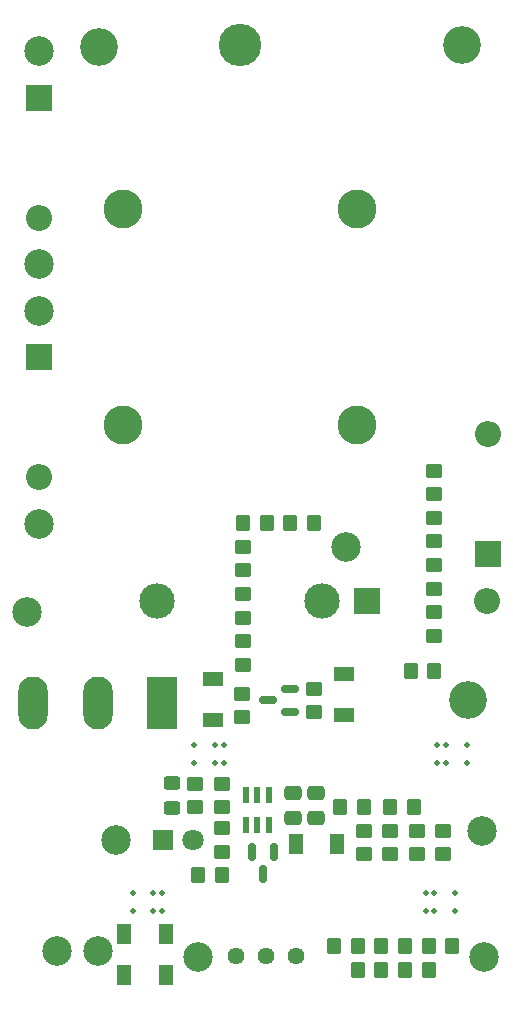
<source format=gbr>
%TF.GenerationSoftware,KiCad,Pcbnew,(6.0.2)*%
%TF.CreationDate,2022-08-02T15:31:12+02:00*%
%TF.ProjectId,hv_discharge_v2c,68765f64-6973-4636-9861-7267655f7632,rev?*%
%TF.SameCoordinates,Original*%
%TF.FileFunction,Soldermask,Bot*%
%TF.FilePolarity,Negative*%
%FSLAX46Y46*%
G04 Gerber Fmt 4.6, Leading zero omitted, Abs format (unit mm)*
G04 Created by KiCad (PCBNEW (6.0.2)) date 2022-08-02 15:31:12*
%MOMM*%
%LPD*%
G01*
G04 APERTURE LIST*
G04 Aperture macros list*
%AMRoundRect*
0 Rectangle with rounded corners*
0 $1 Rounding radius*
0 $2 $3 $4 $5 $6 $7 $8 $9 X,Y pos of 4 corners*
0 Add a 4 corners polygon primitive as box body*
4,1,4,$2,$3,$4,$5,$6,$7,$8,$9,$2,$3,0*
0 Add four circle primitives for the rounded corners*
1,1,$1+$1,$2,$3*
1,1,$1+$1,$4,$5*
1,1,$1+$1,$6,$7*
1,1,$1+$1,$8,$9*
0 Add four rect primitives between the rounded corners*
20,1,$1+$1,$2,$3,$4,$5,0*
20,1,$1+$1,$4,$5,$6,$7,0*
20,1,$1+$1,$6,$7,$8,$9,0*
20,1,$1+$1,$8,$9,$2,$3,0*%
G04 Aperture macros list end*
%ADD10C,3.200000*%
%ADD11C,2.500000*%
%ADD12C,0.500000*%
%ADD13R,2.200000X2.200000*%
%ADD14O,2.200000X2.200000*%
%ADD15R,1.800000X1.800000*%
%ADD16C,1.800000*%
%ADD17R,2.500000X4.500000*%
%ADD18O,2.500000X4.500000*%
%ADD19C,3.300000*%
%ADD20C,3.600000*%
%ADD21O,3.000000X3.000000*%
%ADD22C,1.440000*%
%ADD23RoundRect,0.250000X-0.450000X0.350000X-0.450000X-0.350000X0.450000X-0.350000X0.450000X0.350000X0*%
%ADD24RoundRect,0.250000X0.450000X-0.350000X0.450000X0.350000X-0.450000X0.350000X-0.450000X-0.350000X0*%
%ADD25R,1.300000X1.700000*%
%ADD26RoundRect,0.250000X0.350000X0.450000X-0.350000X0.450000X-0.350000X-0.450000X0.350000X-0.450000X0*%
%ADD27R,1.700000X1.300000*%
%ADD28RoundRect,0.250000X-0.475000X0.337500X-0.475000X-0.337500X0.475000X-0.337500X0.475000X0.337500X0*%
%ADD29RoundRect,0.150000X0.587500X0.150000X-0.587500X0.150000X-0.587500X-0.150000X0.587500X-0.150000X0*%
%ADD30R,0.558800X1.320800*%
%ADD31RoundRect,0.250000X-0.350000X-0.450000X0.350000X-0.450000X0.350000X0.450000X-0.350000X0.450000X0*%
%ADD32RoundRect,0.250000X-0.450000X0.325000X-0.450000X-0.325000X0.450000X-0.325000X0.450000X0.325000X0*%
%ADD33RoundRect,0.150000X-0.150000X0.587500X-0.150000X-0.587500X0.150000X-0.587500X0.150000X0.587500X0*%
G04 APERTURE END LIST*
D10*
%TO.C,REF\u002A\u002A*%
X140800000Y-104500000D03*
%TD*%
%TO.C,REF\u002A\u002A*%
X110100000Y-104600000D03*
%TD*%
%TO.C,REF\u002A\u002A*%
X141300000Y-159900000D03*
%TD*%
D11*
%TO.C,J3*%
X105000000Y-105000000D03*
%TD*%
D12*
%TO.C,mouse-bite-2mm-slot*%
X112950000Y-177750000D03*
X112950000Y-176250000D03*
X115450000Y-177750000D03*
X114700000Y-176250000D03*
X115450000Y-176250000D03*
X114700000Y-177750000D03*
%TD*%
D11*
%TO.C,J6*%
X104000000Y-152500000D03*
%TD*%
D13*
%TO.C,D4*%
X143000000Y-147580000D03*
D14*
X143000000Y-137420000D03*
%TD*%
D11*
%TO.C,J1*%
X105000000Y-123000000D03*
%TD*%
D13*
%TO.C,D2*%
X105000000Y-130920000D03*
D14*
X105000000Y-141080000D03*
%TD*%
D15*
%TO.C,D12*%
X115475000Y-171750000D03*
D16*
X118015000Y-171750000D03*
%TD*%
D12*
%TO.C,mouse-bite-2mm-slot*%
X138500000Y-176250000D03*
X137750000Y-177750000D03*
X138500000Y-177750000D03*
X137750000Y-176250000D03*
X140250000Y-177750000D03*
X140250000Y-176250000D03*
%TD*%
D11*
%TO.C,J12*%
X142735000Y-181700000D03*
%TD*%
D17*
%TO.C,Q2*%
X115450000Y-160180000D03*
D18*
X110000000Y-160180000D03*
X104550000Y-160180000D03*
%TD*%
D19*
%TO.C,R14*%
X112100000Y-118350000D03*
D20*
X122000000Y-104500000D03*
D19*
X131900000Y-136650000D03*
D21*
X115000000Y-151500000D03*
%TD*%
D11*
%TO.C,J2*%
X105000000Y-127000000D03*
%TD*%
%TO.C,J5*%
X131000000Y-147000000D03*
%TD*%
D12*
%TO.C,mouse-bite-2mm-slot*%
X139500000Y-163750000D03*
X141250000Y-163750000D03*
X138750000Y-165250000D03*
X139500000Y-165250000D03*
X138750000Y-163750000D03*
X141250000Y-165250000D03*
%TD*%
D11*
%TO.C,J11*%
X106500000Y-181200000D03*
%TD*%
D13*
%TO.C,D6*%
X132750000Y-151500000D03*
D14*
X142910000Y-151500000D03*
%TD*%
D11*
%TO.C,J7*%
X110000000Y-181200000D03*
%TD*%
D13*
%TO.C,D1*%
X105000000Y-108920000D03*
D14*
X105000000Y-119080000D03*
%TD*%
D11*
%TO.C,J4*%
X105000000Y-145000000D03*
%TD*%
%TO.C,J8*%
X118500000Y-181700000D03*
%TD*%
D12*
%TO.C,mouse-bite-2mm-slot*%
X120650000Y-165250000D03*
X119900000Y-165250000D03*
X118150000Y-165250000D03*
X119900000Y-163750000D03*
X120650000Y-163750000D03*
X118150000Y-163750000D03*
%TD*%
D22*
%TO.C,RV1*%
X126775000Y-181625000D03*
X124235000Y-181625000D03*
X121695000Y-181625000D03*
%TD*%
D11*
%TO.C,J9*%
X142500000Y-171000000D03*
%TD*%
%TO.C,J10*%
X111500000Y-171750000D03*
%TD*%
D23*
%TO.C,R27*%
X118250000Y-167000000D03*
X118250000Y-169000000D03*
%TD*%
D24*
%TO.C,R24*%
X132500000Y-173000000D03*
X132500000Y-171000000D03*
%TD*%
D25*
%TO.C,D8*%
X115750000Y-183200000D03*
X112250000Y-183200000D03*
%TD*%
D24*
%TO.C,R26*%
X120500000Y-169000000D03*
X120500000Y-167000000D03*
%TD*%
D26*
%TO.C,R17*%
X136000000Y-180750000D03*
X134000000Y-180750000D03*
%TD*%
D27*
%TO.C,D3*%
X130806250Y-157700000D03*
X130806250Y-161200000D03*
%TD*%
D23*
%TO.C,R23*%
X134750000Y-171000000D03*
X134750000Y-173000000D03*
%TD*%
D24*
%TO.C,R4*%
X138500000Y-150500000D03*
X138500000Y-148500000D03*
%TD*%
D28*
%TO.C,C2*%
X128500000Y-167800000D03*
X128500000Y-169875000D03*
%TD*%
D27*
%TO.C,D5*%
X119743750Y-158150000D03*
X119743750Y-161650000D03*
%TD*%
D24*
%TO.C,R5*%
X138500000Y-154500000D03*
X138500000Y-152500000D03*
%TD*%
D29*
%TO.C,Q1*%
X126243750Y-159000000D03*
X126243750Y-160900000D03*
X124368750Y-159950000D03*
%TD*%
D25*
%TO.C,D7*%
X112250000Y-179700000D03*
X115750000Y-179700000D03*
%TD*%
D24*
%TO.C,R1*%
X128306250Y-160950000D03*
X128306250Y-158950000D03*
%TD*%
D26*
%TO.C,R22*%
X136750000Y-169000000D03*
X134750000Y-169000000D03*
%TD*%
D30*
%TO.C,U1*%
X124450001Y-170545400D03*
X123500000Y-170545400D03*
X122549999Y-170545400D03*
X122549999Y-167954600D03*
X123500000Y-167954600D03*
X124450001Y-167954600D03*
%TD*%
D19*
%TO.C,R13*%
X112100000Y-136650000D03*
D20*
X122000000Y-104500000D03*
D19*
X131900000Y-118350000D03*
D21*
X129000000Y-151500000D03*
%TD*%
D31*
%TO.C,R6*%
X136500000Y-157500000D03*
X138500000Y-157500000D03*
%TD*%
D26*
%TO.C,R15*%
X140000000Y-180750000D03*
X138000000Y-180750000D03*
%TD*%
D24*
%TO.C,R10*%
X122306250Y-152950000D03*
X122306250Y-150950000D03*
%TD*%
D28*
%TO.C,C1*%
X126500000Y-167800000D03*
X126500000Y-169875000D03*
%TD*%
D24*
%TO.C,R12*%
X122243750Y-161400000D03*
X122243750Y-159400000D03*
%TD*%
D26*
%TO.C,R29*%
X120500000Y-174750000D03*
X118500000Y-174750000D03*
%TD*%
D23*
%TO.C,R20*%
X139250000Y-171000000D03*
X139250000Y-173000000D03*
%TD*%
D26*
%TO.C,R16*%
X138000000Y-182750000D03*
X136000000Y-182750000D03*
%TD*%
D31*
%TO.C,R8*%
X122306250Y-144950000D03*
X124306250Y-144950000D03*
%TD*%
D26*
%TO.C,R19*%
X132000000Y-180750000D03*
X130000000Y-180750000D03*
%TD*%
D25*
%TO.C,D9*%
X130250000Y-172125000D03*
X126750000Y-172125000D03*
%TD*%
D32*
%TO.C,D11*%
X116250000Y-166975000D03*
X116250000Y-169025000D03*
%TD*%
D26*
%TO.C,R18*%
X134000000Y-182750000D03*
X132000000Y-182750000D03*
%TD*%
D31*
%TO.C,R7*%
X126306250Y-144950000D03*
X128306250Y-144950000D03*
%TD*%
D24*
%TO.C,R21*%
X137000000Y-173000000D03*
X137000000Y-171000000D03*
%TD*%
D26*
%TO.C,R25*%
X132500000Y-168950000D03*
X130500000Y-168950000D03*
%TD*%
D24*
%TO.C,R28*%
X120500000Y-172750000D03*
X120500000Y-170750000D03*
%TD*%
%TO.C,R2*%
X138500000Y-142500000D03*
X138500000Y-140500000D03*
%TD*%
%TO.C,R11*%
X122306250Y-156950000D03*
X122306250Y-154950000D03*
%TD*%
%TO.C,R9*%
X122306250Y-148950000D03*
X122306250Y-146950000D03*
%TD*%
%TO.C,R3*%
X138500000Y-146500000D03*
X138500000Y-144500000D03*
%TD*%
D33*
%TO.C,D10*%
X123050000Y-172812500D03*
X124950000Y-172812500D03*
X124000000Y-174687500D03*
%TD*%
M02*

</source>
